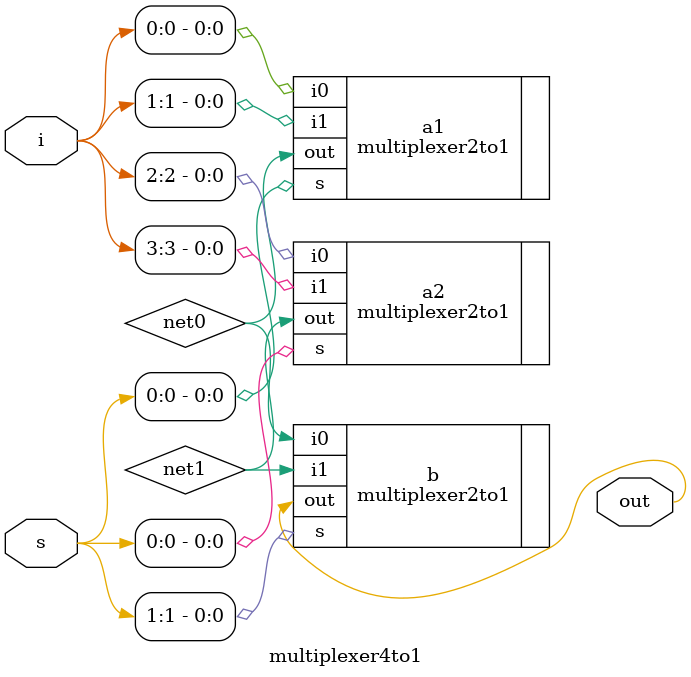
<source format=v>
`ifndef MULTIPLEXER4TO1_V_INCLUDED
	`define MULTIPLEXER4TO1_V_INCLUDED
	`timescale 1ns / 100ps
	`include "Source_code/multiplexer2to1/multiplexer2to1.v"

	module multiplexer4to1(out, i, s);
		output out;
		input [1:0] s;
		input [3:0] i;
		wire net1,net0;

		multiplexer2to1 a1(.out(net0), .i1(i[1]), .i0(i[0]), .s(s[0]));
		multiplexer2to1 a2(.out(net1), .i1(i[3]), .i0(i[2]), .s(s[0]));
		multiplexer2to1 b(.out(out), .i1(net1), .i0(net0), .s(s[1]));
	endmodule
`endif
</source>
